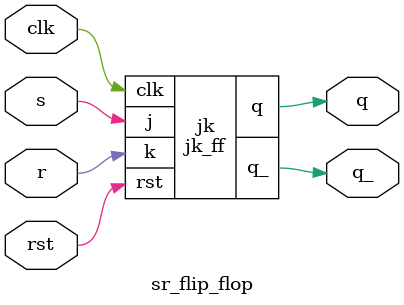
<source format=v>
module jk_ff(
	input clk,
	output reg q, 
	output reg q_,
	input j, 
	input k,
	input rst
);
	reg t1, t2;
	always @(posedge clk)
	begin
		if(rst==0)
		begin
			q = 0;
			q_ = 1;
		end

		if(j==1 && k==0)
		begin
			q = 1;
			q_ = 0;
		end

		else if(j==0 && k==1)
		begin
			q = 0;
			q_ = 1;
		end
	end

endmodule 

module sr_flip_flop(
	input clk,
	output q, 
	output q_,
	input s, 
	input r,
	input rst
);
	
	jk_ff jk(clk, q, q_, s, r, rst);

endmodule 
</source>
